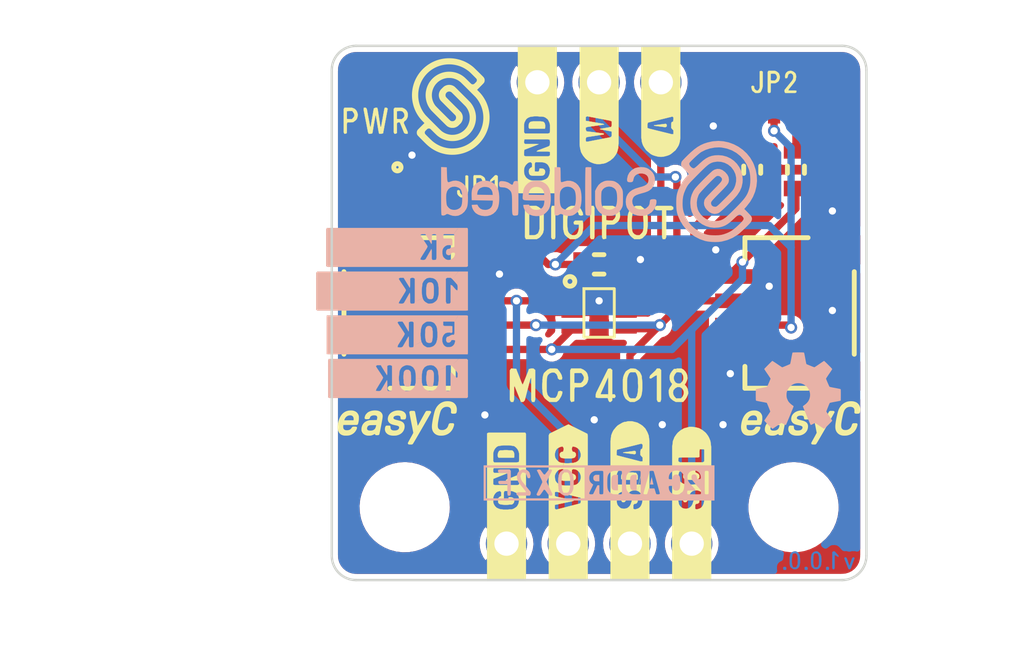
<source format=kicad_pcb>
(kicad_pcb (version 20210623) (generator pcbnew)
  (layers (0 "F.Cu" signal) (31 "B.Cu" signal) (34 "B.Paste" user) (35 "F.Paste" user) (36 "B.SilkS" user "B.Silkscreen") (37 "F.SilkS" user "F.Silkscreen") (38 "B.Mask" user) (39 "F.Mask" user) (44 "Edge.Cuts" user))
  (net 0 "")
  (net 1 "GND")
  (net 2 "VCC")
  (net 3 "Net-(D1-Pad1)")
  (net 4 "Net-(JP1-Pad2)")
  (net 5 "Net-(JP2-Pad1)")
  (net 6 "Net-(JP2-Pad3)")
  (net 7 "SCL")
  (net 8 "SDA")
  (net 9 "/W")
  (net 10 "/A")
  (footprint "e-radionica.com footprinti:SC70-6" (layer "F.Cu") (at 111 119)
    (fp_text reference "U1")
    (fp_text value "MCP4018")
    (pad "1" smd rect (at -1.1 -0.65) (size 0.9 0.4) (layers "F.Cu" "F.Paste" "F.Mask") (net 2 "VCC"))
    (pad "2" smd rect (at -1.1 0) (size 0.9 0.4) (layers "F.Cu" "F.Paste" "F.Mask") (net 1 "GND"))
    (pad "3" smd rect (at -1.1 0.65) (size 0.9 0.4) (layers "F.Cu" "F.Paste" "F.Mask") (net 7 "SCL"))
    (pad "4" smd rect (at 1.1 0.65) (size 0.9 0.4) (layers "F.Cu" "F.Paste" "F.Mask") (net 8 "SDA"))
    (pad "5" smd rect (at 1.1 0) (size 0.9 0.4) (layers "F.Cu" "F.Paste" "F.Mask") (net 9 "/W"))
    (pad "6" smd rect (at 1.1 -0.65) (size 0.9 0.4) (layers "F.Cu" "F.Paste" "F.Mask") (net 10 "/A"))
  )
  (footprint "buzzardLabel" (layer "F.Cu") (at 112.27 130.4 90)
    (fp_text reference "" (at 0 0 90) (layer "F.SilkS") (effects (font (size 1.27 1.27))))
    (fp_text value "" (at 0 0 90) (layer "F.SilkS") (effects (font (size 1.27 1.27))))
  )
  (footprint "Soldered Graphics:Logo-Front-easyC-5mm" (layer "F.Cu") (at 102.7 123.5)
    (fp_text reference "G***" hide)
    (fp_text value "LOGO" hide)
  )
  (footprint "e-radionica.com footprinti:SMD-JUMPER-CONNECTED_TRACE_SLODERMASK" (layer "F.Cu") (at 104.4 113.7 180)
    (fp_text reference "JP1")
    (fp_text value "SMD-JUMPER-CONNECTED_TRACE_SLODERMASK")
    (fp_poly (pts (xy 0.1 0.1) (xy -0.1 0.1) (xy -0.1 -0.1) (xy 0.1 -0.1)) (layer "F.Cu") (width 0.1) (fill solid))
    (pad "1" smd rect (at -0.35 0 180) (size 0.5 1) (layers "F.Cu" "F.Mask") (net 2 "VCC"))
    (pad "2" smd rect (at 0.35 0 180) (size 0.5 1) (layers "F.Cu" "F.Mask") (net 4 "Net-(JP1-Pad2)"))
  )
  (footprint "buzzardLabel" (layer "F.Cu") (at 101.8 111.1)
    (fp_text reference "" (at 0 0) (layer "F.SilkS") (effects (font (size 1.27 1.27))))
    (fp_text value "" (at 0 0) (layer "F.SilkS") (effects (font (size 1.27 1.27))))
  )
  (footprint "e-radionica.com footprinti:easyC-connector" (layer "F.Cu") (at 103.3 119 90)
    (fp_text reference "K2")
    (fp_text value "easyC-SMD")
    (pad "1" smd rect locked (at -1.5 2.15 90) (size 0.6 1.55) (layers "F.Cu" "F.Paste" "F.Mask") (net 7 "SCL"))
    (pad "2" smd rect locked (at -0.5 2.15 90) (size 0.6 1.55) (layers "F.Cu" "F.Paste" "F.Mask") (net 8 "SDA"))
    (pad "3" smd rect locked (at 0.5 2.15 90) (size 0.6 1.55) (layers "F.Cu" "F.Paste" "F.Mask") (net 2 "VCC"))
    (pad "4" smd rect locked (at 1.5 2.15 90) (size 0.6 1.55) (layers "F.Cu" "F.Paste" "F.Mask") (net 1 "GND"))
    (pad "5" smd rect locked (at 2.6 -2.15 90) (size 1.2 1.8) (layers "F.Cu" "F.Paste" "F.Mask") (net 1 "GND"))
    (pad "5" smd rect locked (at -2.6 -2.15 90) (size 1.2 1.8) (layers "F.Cu" "F.Paste" "F.Mask") (net 1 "GND"))
  )
  (footprint "Soldered Graphics:Logo-Back-SolderedFULL-13mm" (layer "F.Cu") (at 111 114)
    (fp_text reference "REF**" hide)
    (fp_text value "Logo-Front-SolderedFULL-13mm" hide)
  )
  (footprint "e-radionica.com footprinti:HEADER_MALE_4X1" (layer "F.Cu") (at 111 128.5)
    (fp_text reference "K3")
    (fp_text value "HEADER_MALE_4X1")
    (pad "1" thru_hole circle locked (at -3.81 0) (size 1.7 1.7) (drill 1) (layers *.Cu *.Mask) (net 1 "GND"))
    (pad "2" thru_hole circle locked (at -1.27 0) (size 1.7 1.7) (drill 1) (layers *.Cu *.Mask) (net 2 "VCC"))
    (pad "3" thru_hole circle locked (at 1.27 0) (size 1.7 1.7) (drill 1) (layers *.Cu *.Mask) (net 8 "SDA"))
    (pad "4" thru_hole circle locked (at 3.81 0) (size 1.7 1.7) (drill 1) (layers *.Cu *.Mask) (net 7 "SCL"))
  )
  (footprint "e-radionica.com footprinti:FIDUCIAL_23" (layer "F.Cu") (at 102.5 119)
    (fp_text reference "FD1")
    (fp_text value "FIDUCIAL")
    (fp_circle (center 0 0) (end 1 0) (layer "F.Cu") (width 0.2) (fill none))
    (pad "1" smd circle (at 0 0) (size 1 1) (layers "F.Cu" "F.Paste" "F.Mask") (clearance 1.1))
  )
  (footprint "e-radionica.com footprinti:0603R" (layer "F.Cu") (at 117.3 113.1 90)
    (fp_text reference "R1")
    (fp_text value "10k")
    (pad "1" smd rect locked (at -0.775 0 180) (size 1 0.64) (layers "F.Cu" "F.Paste" "F.Mask") (net 8 "SDA"))
    (pad "2" smd rect locked (at 0.775 0 180) (size 1 0.64) (layers "F.Cu" "F.Paste" "F.Mask") (net 6 "Net-(JP2-Pad3)"))
  )
  (footprint "buzzardLabel" (layer "F.Cu") (at 111 107.6 90)
    (fp_text reference "" (at 0 0 90) (layer "F.SilkS") (effects (font (size 1.27 1.27))))
    (fp_text value "" (at 0 0 90) (layer "F.SilkS") (effects (font (size 1.27 1.27))))
  )
  (footprint "e-radionica.com footprinti:0603C" (layer "F.Cu") (at 111 117 180)
    (fp_text reference "C1")
    (fp_text value "100n")
    (pad "1" smd rect locked (at -0.73 0 180) (size 0.66 1) (layers "F.Cu" "F.Paste" "F.Mask") (net 1 "GND"))
    (pad "2" smd rect locked (at 0.73 0 180) (size 0.66 1) (layers "F.Cu" "F.Paste" "F.Mask") (net 2 "VCC"))
  )
  (footprint "e-radionica.com footprinti:easyC-connector" (layer "F.Cu") (at 118.7 119 -90)
    (fp_text reference "K4")
    (fp_text value "easyC-SMD")
    (pad "1" smd rect locked (at -1.5 2.15 270) (size 0.6 1.55) (layers "F.Cu" "F.Paste" "F.Mask") (net 7 "SCL"))
    (pad "2" smd rect locked (at -0.5 2.15 270) (size 0.6 1.55) (layers "F.Cu" "F.Paste" "F.Mask") (net 8 "SDA"))
    (pad "3" smd rect locked (at 0.5 2.15 270) (size 0.6 1.55) (layers "F.Cu" "F.Paste" "F.Mask") (net 2 "VCC"))
    (pad "4" smd rect locked (at 1.5 2.15 270) (size 0.6 1.55) (layers "F.Cu" "F.Paste" "F.Mask") (net 1 "GND"))
    (pad "5" smd rect locked (at -2.6 -2.15 270) (size 1.2 1.8) (layers "F.Cu" "F.Paste" "F.Mask") (net 1 "GND"))
    (pad "5" smd rect locked (at 2.6 -2.15 270) (size 1.2 1.8) (layers "F.Cu" "F.Paste" "F.Mask") (net 1 "GND"))
  )
  (footprint "e-radionica.com footprinti:0402R" (layer "F.Cu") (at 101.8 113.7 180)
    (fp_text reference "R2")
    (fp_text value "2k2")
    (pad "1" smd rect locked (at -0.5 0 270) (size 0.64 0.54) (layers "F.Cu" "F.Paste" "F.Mask") (net 4 "Net-(JP1-Pad2)"))
    (pad "2" smd rect locked (at 0.5 0 270) (size 0.64 0.54) (layers "F.Cu" "F.Paste" "F.Mask") (net 3 "Net-(D1-Pad1)"))
  )
  (footprint "buzzardLabel" (layer "F.Cu") (at 111 122)
    (fp_text reference "" (at 0 0) (layer "F.SilkS") (effects (font (size 1.27 1.27))))
    (fp_text value "" (at 0 0) (layer "F.SilkS") (effects (font (size 1.27 1.27))))
  )
  (footprint "e-radionica.com footprinti:HOLE_3.2mm" (layer "F.Cu") (at 119 127)
    (fp_text reference "H1" hide)
    (fp_text value "HOLE_3.2mm" hide)
    (pad "" np_thru_hole circle locked (at 0 0) (size 3.2 3.2) (drill 3.2) (layers F&B.Cu *.Mask))
  )
  (footprint "buzzardLabel" (layer "F.Cu") (at 111 115.3)
    (fp_text reference "" (at 0 0) (layer "F.SilkS") (effects (font (size 1.27 1.27))))
    (fp_text value "" (at 0 0) (layer "F.SilkS") (effects (font (size 1.27 1.27))))
  )
  (footprint "buzzardLabel" (layer "F.Cu") (at 107.19 130.4 90)
    (fp_text reference "" (at 0 0 90) (layer "F.SilkS") (effects (font (size 1.27 1.27))))
    (fp_text value "" (at 0 0 90) (layer "F.SilkS") (effects (font (size 1.27 1.27))))
  )
  (footprint "buzzardLabel" (layer "F.Cu") (at 113.54 107.6 90)
    (fp_text reference "" (at 0 0 90) (layer "F.SilkS") (effects (font (size 1.27 1.27))))
    (fp_text value "" (at 0 0 90) (layer "F.SilkS") (effects (font (size 1.27 1.27))))
  )
  (footprint "e-radionica.com footprinti:0402LED" (layer "F.Cu") (at 101.8 112.4)
    (fp_text reference "D1")
    (fp_text value "purple")
    (pad "1" smd rect locked (at -0.55 0 90) (size 0.75 0.45) (layers "F.Cu" "F.Paste" "F.Mask") (net 3 "Net-(D1-Pad1)"))
    (pad "2" smd rect locked (at 0.55 0 90) (size 0.75 0.45) (layers "F.Cu" "F.Paste" "F.Mask") (net 1 "GND"))
  )
  (footprint "Soldered Graphics:Logo-Front-Soldered-4mm" (layer "F.Cu") (at 104.9 110.5)
    (fp_text reference "G***" hide)
    (fp_text value "LOGO" hide)
  )
  (footprint "buzzardLabel" (layer "F.Cu") (at 106 113.8)
    (fp_text reference "" (at 0 0) (layer "F.SilkS") (effects (font (size 1.27 1.27))))
    (fp_text value "" (at 0 0) (layer "F.SilkS") (effects (font (size 1.27 1.27))))
  )
  (footprint "buzzardLabel" (layer "F.Cu") (at 108.46 107.6 90)
    (fp_text reference "" (at 0 0 90) (layer "F.SilkS") (effects (font (size 1.27 1.27))))
    (fp_text value "" (at 0 0 90) (layer "F.SilkS") (effects (font (size 1.27 1.27))))
  )
  (footprint "buzzardLabel" (layer "F.Cu") (at 109.73 130.4 90)
    (fp_text reference "" (at 0 0 90) (layer "F.SilkS") (effects (font (size 1.27 1.27))))
    (fp_text value "" (at 0 0 90) (layer "F.SilkS") (effects (font (size 1.27 1.27))))
  )
  (footprint "buzzardLabel" (layer "F.Cu") (at 114.81 130.4 90)
    (fp_text reference "" (at 0 0 90) (layer "F.SilkS") (effects (font (size 1.27 1.27))))
    (fp_text value "" (at 0 0 90) (layer "F.SilkS") (effects (font (size 1.27 1.27))))
  )
  (footprint "Soldered Graphics:Logo-Back-OSH-3.5mm" (layer "F.Cu") (at 119.2 122.2)
    (fp_text reference "G***" hide)
    (fp_text value "LOGO" hide)
  )
  (footprint "e-radionica.com footprinti:0603R" (layer "F.Cu") (at 119.1 113.1 -90)
    (fp_text reference "R3")
    (fp_text value "10k")
    (pad "1" smd rect locked (at -0.775 0) (size 1 0.64) (layers "F.Cu" "F.Paste" "F.Mask") (net 5 "Net-(JP2-Pad1)"))
    (pad "2" smd rect locked (at 0.775 0) (size 1 0.64) (layers "F.Cu" "F.Paste" "F.Mask") (net 7 "SCL"))
  )
  (footprint "Soldered Graphics:Logo-Front-easyC-5mm" (layer "F.Cu") (at 119.3 123.5)
    (fp_text reference "G***" hide)
    (fp_text value "LOGO" hide)
  )
  (footprint "e-radionica.com footprinti:HEADER_MALE_3X1" (layer "F.Cu") (at 111 109.5)
    (fp_text reference "K1")
    (fp_text value "HEADER_MALE_3X1")
    (pad "1" thru_hole circle locked (at -2.54 0) (size 1.7 1.7) (drill 1) (layers *.Cu *.Mask) (net 1 "GND"))
    (pad "2" thru_hole circle locked (at 0 0) (size 1.7 1.7) (drill 1) (layers *.Cu *.Mask) (net 9 "/W"))
    (pad "3" thru_hole circle locked (at 2.54 0) (size 1.7 1.7) (drill 1) (layers *.Cu *.Mask) (net 10 "/A"))
  )
  (footprint "e-radionica.com footprinti:HOLE_3.2mm" (layer "F.Cu") (at 103 127)
    (fp_text reference "H2" hide)
    (fp_text value "HOLE_3.2mm" hide)
    (pad "" np_thru_hole circle locked (at 0 0) (size 3.2 3.2) (drill 3.2) (layers F&B.Cu *.Mask))
  )
  (footprint "e-radionica.com footprinti:SMD_JUMPER_3_PAD_TRACE" (layer "F.Cu") (at 118.2 110.7 180)
    (fp_text reference "JP2")
    (fp_text value "SMD_JUMPER_3_PAD_TRACE")
    (fp_poly (pts (xy 0.45 0.05) (xy 0.25 0.05) (xy 0.25 -0.05) (xy 0.45 -0.05)) (layer "F.Cu") (width 0.1) (fill solid))
    (fp_poly (pts (xy -0.25 0.05) (xy -0.45 0.05) (xy -0.45 -0.05) (xy -0.25 -0.05)) (layer "F.Cu") (width 0.1) (fill solid))
    (pad "1" smd rect (at -0.7 0) (size 0.5 1) (layers "F.Cu" "F.Mask") (net 5 "Net-(JP2-Pad1)"))
    (pad "2" smd custom (at 0 0) (size 0.5 1) (layers "F.Cu" "F.Mask") (net 2 "VCC") (options (clearance outline) (anchor rect)) (primitives))
    (pad "3" smd rect (at 0.7 0) (size 0.5 1) (layers "F.Cu" "F.Mask") (net 6 "Net-(JP2-Pad3)"))
  )
  (footprint "buzzardLabel" (layer "F.Cu") (at 118.2 109.5)
    (fp_text reference "" (at 0 0) (layer "F.SilkS") (effects (font (size 1.27 1.27))))
    (fp_text value "" (at 0 0) (layer "F.SilkS") (effects (font (size 1.27 1.27))))
  )
  (footprint "buzzardLabel" (layer "B.Cu") (at 108.4 126 180)
    (fp_text reference "" (at 0 0) (layer "B.SilkS") (effects (font (size 1.27 1.27)) (justify mirror)))
    (fp_text value "" (at 0 0) (layer "B.SilkS") (effects (font (size 1.27 1.27)) (justify mirror)))
  )
  (footprint "buzzardLabel" (layer "B.Cu") (at 106 116.3 180)
    (fp_text reference "" (at 0 0) (layer "B.SilkS") (effects (font (size 1.27 1.27)) (justify mirror)))
    (fp_text value "" (at 0 0) (layer "B.SilkS") (effects (font (size 1.27 1.27)) (justify mirror)))
  )
  (footprint "buzzardLabel" (layer "B.Cu") (at 106 121.7 180)
    (fp_text reference "" (at 0 0) (layer "B.SilkS") (effects (font (size 1.27 1.27)) (justify mirror)))
    (fp_text value "" (at 0 0) (layer "B.SilkS") (effects (font (size 1.27 1.27)) (justify mirror)))
  )
  (footprint "Soldered Graphics:Version1.0.0." (layer "B.Cu") (at 120 129.2 180)
    (fp_text reference "Ref**" hide)
    (fp_text value "Val**" hide)
    (fp_poly (pts (xy 1.31 -0.38) (xy 1.36 -0.38) (xy 1.41 -0.37) (xy 1.42 -0.33) (xy 1.42 -0.27) (xy 1.38 -0.26) (xy 1.33 -0.26) (xy 1.3 -0.29) (xy 1.3 -0.34) (xy 1.31 -0.38)) (layer "B.Cu") (width 0.01) (fill solid))
    (fp_poly (pts (xy 0.43 -0.38) (xy 0.48 -0.38) (xy 0.54 -0.37) (xy 0.54 -0.33) (xy 0.54 -0.27) (xy 0.5 -0.26) (xy 0.45 -0.26) (xy 0.42 -0.29) (xy 0.42 -0.34) (xy 0.43 -0.38)) (layer "B.Cu") (width 0.01) (fill solid))
    (fp_poly (pts (xy -1.33 -0.35) (xy -1.27 -0.35) (xy -1.25 -0.31) (xy -1.09 0.1) (xy -1.11 0.13) (xy -1.16 0.13) (xy -1.19 0.1) (xy -1.28 -0.16) (xy -1.3 -0.21) (xy -1.32 -0.17) (xy -1.41 0.09) (xy -1.44 0.13) (xy -1.49 0.13) (xy -1.51 0.1) (xy -1.36 -0.31) (xy -1.33 -0.35)) (layer "B.Cu") (width 0.01) (fill solid))
    (fp_poly (pts (xy 0.93 -0.35) (xy 0.99 -0.35) (xy 1.04 -0.33) (xy 1.01 -0.28) (xy 0.91 -0.28) (xy 0.87 -0.25) (xy 0.85 -0.2) (xy 0.83 -0.15) (xy 0.83 -0.11) (xy 0.82 0.01) (xy 0.83 0.13) (xy 0.83 0.17) (xy 0.84 0.22) (xy 0.87 0.27) (xy 0.9 0.3) (xy 1.01 0.3) (xy 1.04 0.26) (xy 1.05 0.21) (xy 1.06 0.15) (xy 1.07 0.05) (xy 1.07 -0.08) (xy 1.06 -0.12) (xy 1.06 -0.17) (xy 1.04 -0.22) (xy 1.02 -0.27) (xy 1.01 -0.28) (xy 1.05 -0.32) (xy 1.09 -0.29) (xy 1.12 -0.26) (xy 1.14 -0.22) (xy 1.15 -0.16) (xy 1.16 -0.11) (xy 1.16 -0.06) (xy 1.16 0.06) (xy 1.16 0.12) (xy 1.15 0.17) (xy 1.14 0.22) (xy 1.13 0.27) (xy 1.1 0.3) (xy 1.06 0.34) (xy 1.01 0.37) (xy 0.95 0.38) (xy 0.9 0.38) (xy 0.84 0.35) (xy 0.8 0.31) (xy 0.78 0.28) (xy 0.75 0.23) (xy 0.74 0.18) (xy 0.74 0.13) (xy 0.73 0.08) (xy 0.73 -0.04) (xy 0.73 -0.1) (xy 0.74 -0.14) (xy 0.75 -0.2) (xy 0.77 -0.25) (xy 0.79 -0.28) (xy 0.83 -0.32) (xy 0.89 -0.35) (xy 0.93 -0.35)) (layer "B.Cu") (width 0.01) (fill solid))
    (fp_poly (pts (xy 0.06 -0.35) (xy 0.11 -0.35) (xy 0.17 -0.33) (xy 0.13 -0.28) (xy 0.03 -0.28) (xy -0.01 -0.25) (xy -0.03 -0.2) (xy -0.05 -0.15) (xy -0.05 -0.11) (xy -0.05 0.01) (xy -0.05 0.13) (xy -0.05 0.17) (xy -0.03 0.22) (xy -0.01 0.27) (xy 0.02 0.3) (xy 0.13 0.3) (xy 0.16 0.26) (xy 0.18 0.21) (xy 0.18 0.15) (xy 0.19 0.05) (xy 0.19 -0.08) (xy 0.19 -0.12) (xy 0.18 -0.17) (xy 0.16 -0.22) (xy 0.14 -0.27) (xy 0.14 -0.28) (xy 0.17 -0.32) (xy 0.21 -0.29) (xy 0.24 -0.26) (xy 0.26 -0.22) (xy 0.27 -0.16) (xy 0.28 -0.11) (xy 0.28 -0.06) (xy 0.28 0.06) (xy 0.28 0.12) (xy 0.27 0.17) (xy 0.26 0.22) (xy 0.25 0.27) (xy 0.22 0.3) (xy 0.19 0.34) (xy 0.13 0.37) (xy 0.08 0.38) (xy 0.02 0.38) (xy -0.03 0.35) (xy -0.08 0.31) (xy -0.1 0.28) (xy -0.12 0.23) (xy -0.14 0.18) (xy -0.14 0.13) (xy -0.15 0.08) (xy -0.15 -0.04) (xy -0.14 -0.1) (xy -0.14 -0.14) (xy -0.13 -0.2) (xy -0.11 -0.25) (xy -0.08 -0.28) (xy -0.05 -0.32) (xy 0.01 -0.35) (xy 0.06 -0.35)) (layer "B.Cu") (width 0.01) (fill solid))
    (fp_poly (pts (xy -0.67 -0.35) (xy -0.62 -0.35) (xy -0.6 -0.31) (xy -0.6 0.35) (xy -0.64 0.38) (xy -0.69 0.38) (xy -0.73 0.34) (xy -0.84 0.22) (xy -0.86 0.17) (xy -0.83 0.16) (xy -0.73 0.22) (xy -0.69 0.23) (xy -0.69 -0.31) (xy -0.67 -0.35)) (layer "B.Cu") (width 0.01) (fill solid))
    (fp_poly (pts (xy -0.44 -0.38) (xy -0.39 -0.38) (xy -0.34 -0.37) (xy -0.34 -0.33) (xy -0.34 -0.27) (xy -0.38 -0.26) (xy -0.43 -0.26) (xy -0.46 -0.29) (xy -0.46 -0.34) (xy -0.44 -0.38)) (layer "B.Cu") (width 0.01) (fill solid))
  )
  (footprint "buzzardLabel" (layer "B.Cu") (at 106 119.9 180)
    (fp_text reference "" (at 0 0) (layer "B.SilkS") (effects (font (size 1.27 1.27)) (justify mirror)))
    (fp_text value "" (at 0 0) (layer "B.SilkS") (effects (font (size 1.27 1.27)) (justify mirror)))
  )
  (footprint "Soldered Graphics:Symbol-Front-I2C-ADDR-Field" (layer "B.Cu") (at 111 126 180)
    (fp_text reference "REF**" hide)
    (fp_text value "Symbol-Front-I2C-ADDR-Field" hide)
  )
  (footprint "buzzardLabel" (layer "B.Cu") (at 106 118.1 180)
    (fp_text reference "" (at 0 0) (layer "B.SilkS") (effects (font (size 1.27 1.27)) (justify mirror)))
    (fp_text value "" (at 0 0) (layer "B.SilkS") (effects (font (size 1.27 1.27)) (justify mirror)))
  )
  (gr_arc (start 101 109) (end 101 108) (angle -90) (layer "Edge.Cuts") (width 0.1))
  (gr_line (start 121 108) (end 101 108) (layer "Edge.Cuts") (width 0.1))
  (gr_line (start 100 109) (end 100 129) (layer "Edge.Cuts") (width 0.1))
  (gr_line (start 101 130) (end 121 130) (layer "Edge.Cuts") (width 0.1))
  (gr_arc (start 121 129) (end 121 130) (angle -90) (layer "Edge.Cuts") (width 0.1))
  (gr_line (start 122 129) (end 122 109) (layer "Edge.Cuts") (width 0.1))
  (gr_arc (start 101 129) (end 101 130) (angle 90) (layer "Edge.Cuts") (width 0.1))
  (gr_arc (start 121 109) (end 121 108) (angle 90) (layer "Edge.Cuts") (width 0.1))
  (via (at 112.7 116.8) (size 0.5) (drill 0.3) (layers "F.Cu" "B.Cu") (net 1))
  (via (at 113.6 123.6) (size 0.5) (drill 0.3) (layers "F.Cu" "B.Cu") (net 1))
  (via (at 110.8 123.4) (size 0.5) (drill 0.3) (layers "F.Cu" "B.Cu") (net 1))
  (via (at 116.4 121.5) (size 0.5) (drill 0.3) (layers "F.Cu" "B.Cu") (net 1))
  (via (at 120.6 118.9) (size 0.5) (drill 0.3) (layers "F.Cu" "B.Cu") (net 1))
  (via (at 115.8 116.4) (size 0.5) (drill 0.3) (layers "F.Cu" "B.Cu") (net 1))
  (via (at 120.6 114.8) (size 0.5) (drill 0.3) (layers "F.Cu" "B.Cu") (net 1))
  (via (at 106.9 117.4) (size 0.5) (drill 0.3) (layers "F.Cu" "B.Cu") (net 1))
  (via (at 103.3 112.5) (size 0.5) (drill 0.3) (layers "F.Cu" "B.Cu") (net 1))
  (via (at 118 117.9) (size 0.5) (drill 0.3) (layers "F.Cu" "B.Cu") (net 1))
  (via (at 115.7 111.3) (size 0.5) (drill 0.3) (layers "F.Cu" "B.Cu") (net 1))
  (via (at 116.1 123.6) (size 0.5) (drill 0.3) (layers "F.Cu" "B.Cu") (net 1))
  (via (at 111 118.5) (size 0.5) (drill 0.3) (layers "F.Cu" "B.Cu") (net 1))
  (via (at 106.3 123.2) (size 0.5) (drill 0.3) (layers "F.Cu" "B.Cu") (net 1))
  (segment (start 109.2 117) (end 110.27 117) (width 0.3) (layer "F.Cu") (net 2))
  (segment (start 118.8 119.5) (end 118.9 119.6) (width 0.3) (layer "F.Cu") (net 2))
  (segment (start 104.75 113.7) (end 105.6 113.7) (width 0.3) (layer "F.Cu") (net 2))
  (segment (start 107.6 118.5) (end 107.8 118.5) (width 0.3) (layer "F.Cu") (net 2))
  (segment (start 105.45 118.5) (end 107.6 118.5) (width 0.3) (layer "F.Cu") (net 2))
  (segment (start 118.2 111.5) (end 118.2 110.7) (width 0.3) (layer "F.Cu") (net 2))
  (segment (start 116.55 119.5) (end 118.8 119.5) (width 0.3) (layer "F.Cu") (net 2))
  (segment (start 105.6 113.7) (end 108.9 117) (width 0.3) (layer "F.Cu") (net 2))
  (segment (start 107.8 118.5) (end 108.3 118.5) (width 0.3) (layer "F.Cu") (net 2))
  (segment (start 108.9 117) (end 109.2 117) (width 0.3) (layer "F.Cu") (net 2))
  (segment (start 108.45 118.35) (end 109.9 118.35) (width 0.3) (layer "F.Cu") (net 2))
  (segment (start 109.9 117.37) (end 110.27 117) (width 0.3) (layer "F.Cu") (net 2))
  (segment (start 108.3 118.5) (end 108.45 118.35) (width 0.3) (layer "F.Cu") (net 2))
  (segment (start 109.9 118.35) (end 109.9 117.37) (width 0.3) (layer "F.Cu") (net 2))
  (via (at 107.6 118.5) (size 0.5) (drill 0.3) (layers "F.Cu" "B.Cu") (net 2))
  (via (at 109.2 117) (size 0.5) (drill 0.3) (layers "F.Cu" "B.Cu") (net 2))
  (via (at 118.2 111.5) (size 0.5) (drill 0.3) (layers "F.Cu" "B.Cu") (net 2))
  (via (at 118.9 119.6) (size 0.5) (drill 0.3) (layers "F.Cu" "B.Cu") (net 2))
  (segment (start 118.9 119.6) (end 118.9 116.3) (width 0.3) (layer "B.Cu") (net 2))
  (segment (start 109.73 124.03) (end 107.6 121.9) (width 0.3) (layer "B.Cu") (net 2))
  (segment (start 110.8 115.4) (end 118 115.4) (width 0.3) (layer "B.Cu") (net 2))
  (segment (start 118.9 116.3) (end 118.9 112.2) (width 0.3) (layer "B.Cu") (net 2))
  (segment (start 109.2 117) (end 110.8 115.4) (width 0.3) (layer "B.Cu") (net 2))
  (segment (start 118.9 112.2) (end 118.2 111.5) (width 0.3) (layer "B.Cu") (net 2))
  (segment (start 109.73 128.5) (end 109.73 124.03) (width 0.3) (layer "B.Cu") (net 2))
  (segment (start 118 115.4) (end 118.9 116.3) (width 0.3) (layer "B.Cu") (net 2))
  (segment (start 107.6 121.9) (end 107.6 118.5) (width 0.3) (layer "B.Cu") (net 2))
  (segment (start 101.25 112.4) (end 101.25 113.65) (width 0.3) (layer "F.Cu") (net 3))
  (segment (start 101.25 113.65) (end 101.3 113.7) (width 0.3) (layer "F.Cu") (net 3))
  (segment (start 102.3 113.7) (end 104.05 113.7) (width 0.3) (layer "F.Cu") (net 4))
  (segment (start 119.1 112.325) (end 119.1 110.9) (width 0.3) (layer "F.Cu") (net 5))
  (segment (start 119.1 110.9) (end 118.9 110.7) (width 0.3) (layer "F.Cu") (net 5))
  (segment (start 117.3 112.325) (end 117.3 110.9) (width 0.3) (layer "F.Cu") (net 6))
  (segment (start 117.3 110.9) (end 117.5 110.7) (width 0.3) (layer "F.Cu") (net 6))
  (segment (start 116.9 116.9) (end 119.1 114.7) (width 0.3) (layer "F.Cu") (net 7))
  (segment (start 116.55 117.25) (end 116.55 117.5) (width 0.3) (layer "F.Cu") (net 7))
  (segment (start 119.1 114.7) (end 119.1 113.875) (width 0.3) (layer "F.Cu") (net 7))
  (segment (start 105.45 120.5) (end 109.05 120.5) (width 0.3) (layer "F.Cu") (net 7))
  (segment (start 109.05 120.5) (end 109.9 119.65) (width 0.3) (layer "F.Cu") (net 7))
  (segment (start 116.9 116.9) (end 116.55 117.25) (width 0.3) (layer "F.Cu") (net 7))
  (via (at 109.05 120.5) (size 0.5) (drill 0.3) (layers "F.Cu" "B.Cu") (net 7))
  (via (at 116.9 116.9) (size 0.5) (drill 0.3) (layers "F.Cu" "B.Cu") (net 7))
  (segment (start 114 120.5) (end 114.85 119.65) (width 0.3) (layer "B.Cu") (net 7))
  (segment (start 116.9 117.6) (end 116.9 116.9) (width 0.3) (layer "B.Cu") (net 7))
  (segment (start 114.81 128.5) (end 114.81 119.69) (width 0.3) (layer "B.Cu") (net 7))
  (segment (start 109.05 120.5) (end 114 120.5) (width 0.3) (layer "B.Cu") (net 7))
  (segment (start 114.81 119.69) (end 114.85 119.65) (width 0.3) (layer "B.Cu") (net 7))
  (segment (start 114.85 119.65) (end 116.9 117.6) (width 0.3) (layer "B.Cu") (net 7))
  (segment (start 113.35 119.65) (end 114.5 118.5) (width 0.3) (layer "F.Cu") (net 8))
  (segment (start 112.1 119.65) (end 113.35 119.65) (width 0.3) (layer "F.Cu") (net 8))
  (segment (start 114.5 118.5) (end 114.9 118.1) (width 0.3) (layer "F.Cu") (net 8))
  (segment (start 114.9 115.5) (end 116.525 113.875) (width 0.3) (layer "F.Cu") (net 8))
  (segment (start 112.27 128.5) (end 112.27 120.73) (width 0.3) (layer "F.Cu") (net 8))
  (segment (start 116.525 113.875) (end 117.3 113.875) (width 0.3) (layer "F.Cu") (net 8))
  (segment (start 112.27 120.73) (end 113.35 119.65) (width 0.3) (layer "F.Cu") (net 8))
  (segment (start 114.5 118.5) (end 116.55 118.5) (width 0.3) (layer "F.Cu") (net 8))
  (segment (start 114.9 118.1) (end 114.9 115.5) (width 0.3) (layer "F.Cu") (net 8))
  (segment (start 105.45 119.5) (end 108.4 119.5) (width 0.3) (layer "F.Cu") (net 8))
  (via (at 113.5 119.5) (size 0.5) (drill 0.3) (layers "F.Cu" "B.Cu") (net 8))
  (via (at 108.4 119.5) (size 0.5) (drill 0.3) (layers "F.Cu" "B.Cu") (net 8))
  (segment (start 113.5 119.5) (end 108.4 119.5) (width 0.3) (layer "B.Cu") (net 8))
  (segment (start 113 119) (end 112.1 119) (width 0.3) (layer "F.Cu") (net 9))
  (segment (start 114.1395 113.4) (end 114.2 113.4605) (width 0.3) (layer "F.Cu") (net 9))
  (segment (start 114.2 113.4605) (end 114.2 117.8) (width 0.3) (layer "F.Cu") (net 9))
  (segment (start 114.2 117.8) (end 113 119) (width 0.3) (layer "F.Cu") (net 9))
  (via (at 114.1395 113.4) (size 0.5) (drill 0.3) (layers "F.Cu" "B.Cu") (net 9))
  (segment (start 114.1395 113.4) (end 113.3 113.4) (width 0.3) (layer "B.Cu") (net 9))
  (segment (start 113.3 113.4) (end 111 111.1) (width 0.3) (layer "B.Cu") (net 9))
  (segment (start 111 111.1) (end 111 109.5) (width 0.3) (layer "B.Cu") (net 9))
  (segment (start 113.54 117.46) (end 113.54 109.5) (width 0.3) (layer "F.Cu") (net 10))
  (segment (start 112.1 118.35) (end 112.65 118.35) (width 0.3) (layer "F.Cu") (net 10))
  (segment (start 112.65 118.35) (end 113.54 117.46) (width 0.3) (layer "F.Cu") (net 10))
  (zone (net 1) (net_name "GND") (layers F&B.Cu) (connect_pads (clearance 0.254)) (min_thickness 0.254) (fill yes (thermal_gap 0.254) (thermal_bridge_width 0.254))
    (polygon (pts (xy 122 130) (xy 100 130) (xy 100 108) (xy 122 108)))
  )
)
</source>
